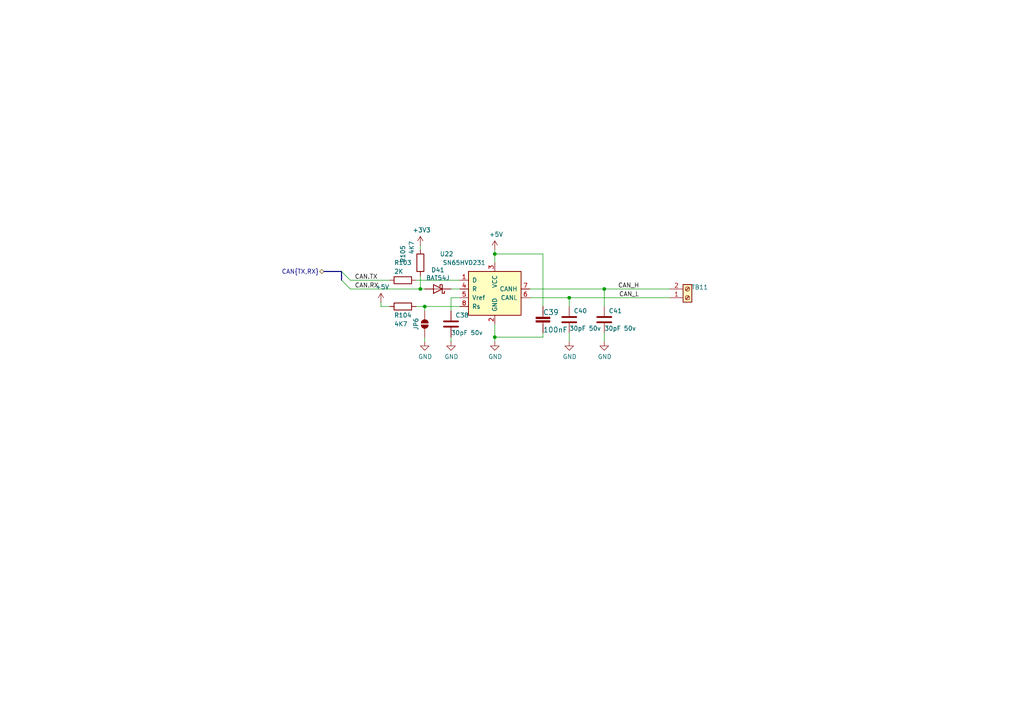
<source format=kicad_sch>
(kicad_sch (version 20250114) (generator "eeschema") (generator_version "9.0")
  (paper "A4")
  (lib_symbols
    (symbol "Connector:Screw_Terminal_01x02" (pin_names (offset 1.016) (hide yes))
      (property "Reference" "J" (at 0 2.54 0))
      (property "Value" "Screw_Terminal_01x02" (at 0 -5.08 0))
      (symbol "Screw_Terminal_01x02_1_1"
        (rectangle (start -1.27 1.27) (end 1.27 -3.81) (stroke (width 0.254)) (fill (type background)))
        (polyline (pts (xy -0.5334 0.3302) (xy 0.3302 -0.508)) (stroke (width 0.1524)))
        (polyline (pts (xy -0.5334 -2.2098) (xy 0.3302 -3.048)) (stroke (width 0.1524)))
        (polyline (pts (xy -0.3556 0.508) (xy 0.508 -0.3302)) (stroke (width 0.1524)))
        (polyline (pts (xy -0.3556 -2.032) (xy 0.508 -2.8702)) (stroke (width 0.1524)))
        (circle (center 0 0) (radius 0.635) (stroke (width 0.1524)))
        (circle (center 0 -2.54) (radius 0.635) (stroke (width 0.1524)))
        (pin passive line (at -5.08 0 0) (length 3.81) (name "Pin_1") (number "1"))
        (pin passive line (at -5.08 -2.54 0) (length 3.81) (name "Pin_2") (number "2"))
      )
    )
    (symbol "Device:C" (pin_numbers (hide yes)) (pin_names (offset 0.254))
      (property "Reference" "C" (at 0.635 2.54 0))
      (property "Value" "C" (at 0.635 -2.54 0))
      (symbol "C_0_1"
        (polyline (pts (xy -2.032 0.762) (xy 2.032 0.762)) (stroke (width 0.508)))
        (polyline (pts (xy -2.032 -0.762) (xy 2.032 -0.762)) (stroke (width 0.508)))
      )
      (symbol "C_1_1"
        (pin passive line (at 0 3.81 270) (length 2.794) (name "~") (number "1"))
        (pin passive line (at 0 -3.81 90) (length 2.794) (name "~") (number "2"))
      )
    )
    (symbol "Device:R" (pin_numbers (hide yes)) (pin_names (offset 0))
      (property "Reference" "R" (at 2.032 0 90))
      (property "Value" "R" (at 0 0 90))
      (symbol "R_0_1"
        (rectangle (start -1.016 -2.54) (end 1.016 2.54) (stroke (width 0.254)))
      )
      (symbol "R_1_1"
        (pin passive line (at 0 3.81 270) (length 1.27) (name "~") (number "1"))
        (pin passive line (at 0 -3.81 90) (length 1.27) (name "~") (number "2"))
      )
    )
    (symbol "Diode:BAT54J" (pin_numbers (hide yes)) (pin_names (offset 1.016) (hide yes))
      (property "Reference" "D" (at 0 2.54 0))
      (property "Value" "BAT54J" (at 0 -2.54 0))
      (symbol "BAT54J_0_1"
        (polyline (pts (xy -1.905 0.635) (xy -1.905 1.27) (xy -1.27 1.27) (xy -1.27 -1.27) (xy -0.635 -1.27) (xy -0.635 -0.635)) (stroke (width 0.254)))
        (polyline (pts (xy 1.27 1.27) (xy 1.27 -1.27) (xy -1.27 0) (xy 1.27 1.27)) (stroke (width 0.254)))
        (polyline (pts (xy 1.27 0) (xy -1.27 0)))
      )
      (symbol "BAT54J_1_1"
        (pin passive line (at -3.81 0 0) (length 2.54) (name "K") (number "1"))
        (pin passive line (at 3.81 0 180) (length 2.54) (name "A") (number "2"))
      )
    )
    (symbol "FleetMate_A_Rev03-eagle-import:C-EUC0603" (pin_names (offset 1.016))
      (property "Reference" "C" (at 1.524 0.381 0))
      (property "Value" "FleetMate_A_Rev03-eagle-import_C-EUC0603" (at 1.524 -4.699 0))
      (symbol "C-EUC0603_1_0"
        (rectangle (start -2.032 -1.016) (end 2.032 -0.508) (fill (type outline)))
        (rectangle (start -2.032 -2.032) (end 2.032 -1.524) (fill (type outline)))
        (polyline (pts (xy 0 0) (xy 0 -0.508)))
        (polyline (pts (xy 0 -2.54) (xy 0 -2.032)))
        (pin passive line (at 0 2.54 270) (length 2.54) (name "1") (number "1"))
        (pin passive line (at 0 -5.08 90) (length 2.54) (name "2") (number "2"))
      )
    )
    (symbol "Interface_CAN_LIN:SN65HVD231" (pin_names (offset 1.016))
      (property "Reference" "U" (at -2.54 10.16 0))
      (property "Value" "SN65HVD231" (at -2.54 7.62 0))
      (symbol "SN65HVD231_0_1"
        (rectangle (start -7.62 5.08) (end 7.62 -7.62) (stroke (width 0.254)) (fill (type background)))
      )
      (symbol "SN65HVD231_1_1"
        (pin input line (at -10.16 2.54 0) (length 2.54) (name "D") (number "1"))
        (pin output line (at -10.16 0 0) (length 2.54) (name "R") (number "4"))
        (pin output line (at -10.16 -2.54 0) (length 2.54) (name "Vref") (number "5"))
        (pin input line (at -10.16 -5.08 0) (length 2.54) (name "Rs") (number "8"))
        (pin power_in line (at 0 7.62 270) (length 2.54) (name "VCC") (number "3"))
        (pin power_in line (at 0 -10.16 90) (length 2.54) (name "GND") (number "2"))
        (pin bidirectional line (at 10.16 0 180) (length 2.54) (name "CANH") (number "7"))
        (pin bidirectional line (at 10.16 -2.54 180) (length 2.54) (name "CANL") (number "6"))
      )
    )
    (symbol "Jumper:SolderJumper_2_Open" (pin_numbers (hide yes)) (pin_names (offset 0) (hide yes)) (in_bom no)
      (property "Reference" "JP" (at 0 2.032 0))
      (property "Value" "SolderJumper_2_Open" (at 0 -2.54 0))
      (symbol "SolderJumper_2_Open_0_1"
        (polyline (pts (xy -0.254 1.016) (xy -0.254 -1.016)))
        (arc (start -0.254 -1.016) (mid -1.2656 0) (end -0.254 1.016))
        (arc (start -0.254 -1.016) (mid -1.2656 0) (end -0.254 1.016) (fill (type outline)))
        (arc (start 0.254 1.016) (mid 1.2656 0) (end 0.254 -1.016))
        (arc (start 0.254 1.016) (mid 1.2656 0) (end 0.254 -1.016) (fill (type outline)))
        (polyline (pts (xy 0.254 1.016) (xy 0.254 -1.016)))
      )
      (symbol "SolderJumper_2_Open_1_1"
        (pin passive line (at -3.81 0 0) (length 2.54) (name "A") (number "1"))
        (pin passive line (at 3.81 0 180) (length 2.54) (name "B") (number "2"))
      )
    )
    (symbol "power:+3V3" (power) (pin_numbers (hide yes)) (pin_names (offset 0) (hide yes))
      (property "Value" "+3V3" (at 0 3.556 0))
      (symbol "+3V3_0_1"
        (polyline (pts (xy -0.762 1.27) (xy 0 2.54)))
        (polyline (pts (xy 0 2.54) (xy 0.762 1.27)))
        (polyline (pts (xy 0 0) (xy 0 2.54)))
      )
      (symbol "+3V3_1_1"
        (pin power_in line (at 0 0 90) (length 0) (name "~") (number "1"))
      )
    )
    (symbol "power:+5V" (power) (pin_numbers (hide yes)) (pin_names (offset 0) (hide yes))
      (property "Value" "+5V" (at 0 3.556 0))
      (symbol "+5V_0_1"
        (polyline (pts (xy -0.762 1.27) (xy 0 2.54)))
        (polyline (pts (xy 0 2.54) (xy 0.762 1.27)))
        (polyline (pts (xy 0 0) (xy 0 2.54)))
      )
      (symbol "+5V_1_1"
        (pin power_in line (at 0 0 90) (length 0) (name "~") (number "1"))
      )
    )
    (symbol "power:GND" (power) (pin_numbers (hide yes)) (pin_names (offset 0) (hide yes))
      (property "Value" "GND" (at 0 -3.81 0))
      (symbol "GND_0_1"
        (polyline (pts (xy 0 0) (xy 0 -1.27) (xy 1.27 -1.27) (xy 0 -2.54) (xy -1.27 -1.27) (xy 0 -1.27)))
      )
      (symbol "GND_1_1"
        (pin power_in line (at 0 0 270) (length 0) (name "~") (number "1"))
      )
    )
  )
  (junction (at 121.92 83.82))
  (junction (at 123.19 88.9))
  (junction (at 143.51 73.66))
  (junction (at 165.1 86.36))
  (junction (at 143.51 97.79))
  (junction (at 175.26 83.82))
  (bus_entry (at 99.06 78.74) (size 2.54 2.54))
  (bus_entry (at 99.06 81.28) (size 2.54 2.54))
  (wire (pts (xy 175.26 99.06) (xy 175.26 96.52)))
  (wire (pts (xy 153.67 83.82) (xy 175.26 83.82)))
  (wire (pts (xy 165.1 86.36) (xy 194.31 86.36)))
  (wire (pts (xy 143.51 97.79) (xy 143.51 99.06)))
  (wire (pts (xy 123.19 97.79) (xy 123.19 99.06)))
  (wire (pts (xy 157.48 97.79) (xy 143.51 97.79)))
  (wire (pts (xy 165.1 99.06) (xy 165.1 96.52)))
  (wire (pts (xy 123.19 88.9) (xy 123.19 90.17)))
  (wire (pts (xy 157.48 73.66) (xy 157.48 88.9)))
  (wire (pts (xy 143.51 93.98) (xy 143.51 97.79)))
  (bus (pts (xy 99.06 78.74) (xy 99.06 81.28)))
  (wire (pts (xy 113.03 88.9) (xy 110.49 88.9)))
  (bus (pts (xy 93.98 78.74) (xy 99.06 78.74)))
  (wire (pts (xy 120.65 81.28) (xy 133.35 81.28)))
  (wire (pts (xy 123.19 88.9) (xy 133.35 88.9)))
  (wire (pts (xy 123.19 83.82) (xy 121.92 83.82)))
  (wire (pts (xy 165.1 86.36) (xy 153.67 86.36)))
  (wire (pts (xy 130.81 86.36) (xy 130.81 90.17)))
  (wire (pts (xy 101.6 81.28) (xy 113.03 81.28)))
  (wire (pts (xy 157.48 96.52) (xy 157.48 97.79)))
  (wire (pts (xy 101.6 83.82) (xy 121.92 83.82)))
  (wire (pts (xy 121.92 72.39) (xy 121.92 71.12)))
  (wire (pts (xy 133.35 83.82) (xy 130.81 83.82)))
  (wire (pts (xy 110.49 88.9) (xy 110.49 87.63)))
  (wire (pts (xy 143.51 72.39) (xy 143.51 73.66)))
  (wire (pts (xy 165.1 88.9) (xy 165.1 86.36)))
  (wire (pts (xy 123.19 88.9) (xy 120.65 88.9)))
  (wire (pts (xy 175.26 88.9) (xy 175.26 83.82)))
  (wire (pts (xy 157.48 73.66) (xy 143.51 73.66)))
  (wire (pts (xy 143.51 73.66) (xy 143.51 76.2)))
  (wire (pts (xy 121.92 80.01) (xy 121.92 83.82)))
  (wire (pts (xy 133.35 86.36) (xy 130.81 86.36)))
  (wire (pts (xy 130.81 97.79) (xy 130.81 99.06)))
  (wire (pts (xy 175.26 83.82) (xy 194.31 83.82)))
  (label "CAN_H" (at 185.42 83.82 180))
  (label "CAN.RX" (at 102.87 83.82 0))
  (label "CAN.TX" (at 102.87 81.28 0))
  (label "CAN_L" (at 185.42 86.36 180))
  (hierarchical_label "CAN{TX,RX}" (shape bidirectional) (at 93.98 78.74 180))
  (symbol (lib_id "Jumper:SolderJumper_2_Open") (at 123.19 93.98 270) (unit 1)
    (property "Reference" "JP6" (at 120.65 93.98 0))
    (property "Value" "SolderJumper_2_Open" (effects (hide yes)))
    (property "Footprint" "Jumper:SolderJumper-2_P1.3mm_Open_RoundedPad1.0x1.5mm" (effects (hide yes)))
  )
  (symbol (lib_id "Device:R") (at 121.92 76.2 180) (unit 1)
    (property "Reference" "R105" (at 116.84 71.12 90) (effects (justify left)))
    (property "Value" "4K7" (at 119.38 69.85 90) (effects (justify left)))
    (property "Footprint" "Resistor_SMD:R_0603_1608Metric" (effects (hide yes)))
  )
  (symbol (lib_id "Diode:BAT54J") (at 127 83.82 180) (unit 1)
    (property "Reference" "D41" (at 127 78.3082 0))
    (property "Value" "BAT54J" (at 127 80.6196 0))
    (property "Footprint" "Diode_SMD:D_SOD-323F" (effects (hide yes)))
  )
  (symbol (lib_id "FleetMate_A_Rev03-eagle-import:C-EUC0603") (at 157.48 91.44 0) (unit 1)
    (property "Reference" "C39" (at 157.48 91.44 0) (effects (font (size 1.4986 1.4986)) (justify left bottom)))
    (property "Value" "100nF" (at 157.48 96.52 0) (effects (font (size 1.4986 1.4986)) (justify left bottom)))
    (property "Footprint" "Capacitor_SMD:C_0603_1608Metric" (effects (hide yes)))
  )
  (symbol (lib_id "Interface_CAN_LIN:SN65HVD231") (at 143.51 83.82 0) (unit 1)
    (property "Reference" "U22" (at 129.54 73.66 0))
    (property "Value" "SN65HVD231" (at 134.62 76.2 0))
    (property "Footprint" "Package_SO:SOIC-8_3.9x4.9mm_P1.27mm" (effects (hide yes)))
    (property "Datasheet" "http://www.ti.com/lit/ds/symlink/sn65hvd230.pdf" (effects (hide yes)))
  )
  (symbol (lib_id "Device:C") (at 165.1 92.71 0) (unit 1)
    (property "Reference" "C40" (at 166.37 90.17 0) (effects (justify left)))
    (property "Value" "30pF 50v" (at 165.1 95.25 0) (effects (justify left)))
    (property "Footprint" "Capacitor_SMD:C_0603_1608Metric" (effects (hide yes)))
  )
  (symbol (lib_id "Device:C") (at 130.81 93.98 0) (unit 1)
    (property "Reference" "C38" (at 132.08 91.44 0) (effects (justify left)))
    (property "Value" "30pF 50v" (at 130.81 96.52 0) (effects (justify left)))
    (property "Footprint" "Capacitor_SMD:C_0603_1608Metric" (effects (hide yes)))
  )
  (symbol (lib_id "Device:R") (at 116.84 81.28 270) (unit 1)
    (property "Reference" "R103" (at 114.3 76.2 90) (effects (justify left)))
    (property "Value" "2K" (at 114.3 78.74 90) (effects (justify left)))
    (property "Footprint" "Resistor_SMD:R_0603_1608Metric" (effects (hide yes)))
  )
  (symbol (lib_id "power:+3V3") (at 121.92 71.12 0) (unit 1)
    (property "Reference" "#PWR0119" (effects (hide yes)))
    (property "Value" "+3V3" (at 122.301 66.7258 0))
  )
  (symbol (lib_id "power:GND") (at 165.1 99.06 0) (unit 1)
    (property "Reference" "#PWR0124" (effects (hide yes)))
    (property "Value" "GND" (at 165.227 103.4542 0))
  )
  (symbol (lib_id "power:GND") (at 130.81 99.06 0) (unit 1)
    (property "Reference" "#PWR0121" (effects (hide yes)))
    (property "Value" "GND" (at 130.937 103.4542 0))
  )
  (symbol (lib_id "power:+5V") (at 143.51 72.39 0) (unit 1)
    (property "Reference" "#PWR0122" (effects (hide yes)))
    (property "Value" "+5V" (at 143.891 67.9958 0))
  )
  (symbol (lib_id "power:GND") (at 123.19 99.06 0) (unit 1)
    (property "Reference" "#PWR0120" (effects (hide yes)))
    (property "Value" "GND" (at 123.317 103.4542 0))
  )
  (symbol (lib_id "power:GND") (at 143.51 99.06 0) (unit 1)
    (property "Reference" "#PWR0123" (effects (hide yes)))
    (property "Value" "GND" (at 143.637 103.4542 0))
  )
  (symbol (lib_id "Device:R") (at 116.84 88.9 270) (unit 1)
    (property "Reference" "R104" (at 114.3 91.44 90) (effects (justify left)))
    (property "Value" "4K7" (at 114.3 93.98 90) (effects (justify left)))
    (property "Footprint" "Resistor_SMD:R_0603_1608Metric" (effects (hide yes)))
  )
  (symbol (lib_id "Connector:Screw_Terminal_01x02") (at 199.39 86.36 0) (mirror x) (unit 1)
    (property "Reference" "TB11" (at 202.946 83.312 0))
    (property "Value" "MKDSN 1,5/ 2-5,08" (effects (hide yes)))
    (property "Footprint" "TerminalBlock_Phoenix:TerminalBlock_Phoenix_MKDS-1,5-2-5.08_1x02_P5.08mm_Horizontal" (effects (hide yes)))
    (property "Description" "Generic screw terminal, single row, 01x02, script generated (kicad-library-utils/schlib/autogen/connector/)" (effects (hide yes)))
    (property "Partnumber" "  MKDSN 1,5/ 2-5,08 " (effects (hide yes)))
    (property "LCSC" "C5183989" (effects (hide yes)))
    (property "Manufacturer" "Phoenix Contact" (effects (hide yes)))
  )
  (symbol (lib_id "power:+5V") (at 110.49 87.63 0) (unit 1)
    (property "Reference" "#PWR0118" (effects (hide yes)))
    (property "Value" "+5V" (at 110.871 83.2358 0))
  )
  (symbol (lib_id "power:GND") (at 175.26 99.06 0) (unit 1)
    (property "Reference" "#PWR0125" (effects (hide yes)))
    (property "Value" "GND" (at 175.387 103.4542 0))
  )
  (symbol (lib_id "Device:C") (at 175.26 92.71 0) (unit 1)
    (property "Reference" "C41" (at 176.53 90.17 0) (effects (justify left)))
    (property "Value" "30pF 50v" (at 175.26 95.25 0) (effects (justify left)))
    (property "Footprint" "Capacitor_SMD:C_0603_1608Metric" (effects (hide yes)))
  )
)
</source>
